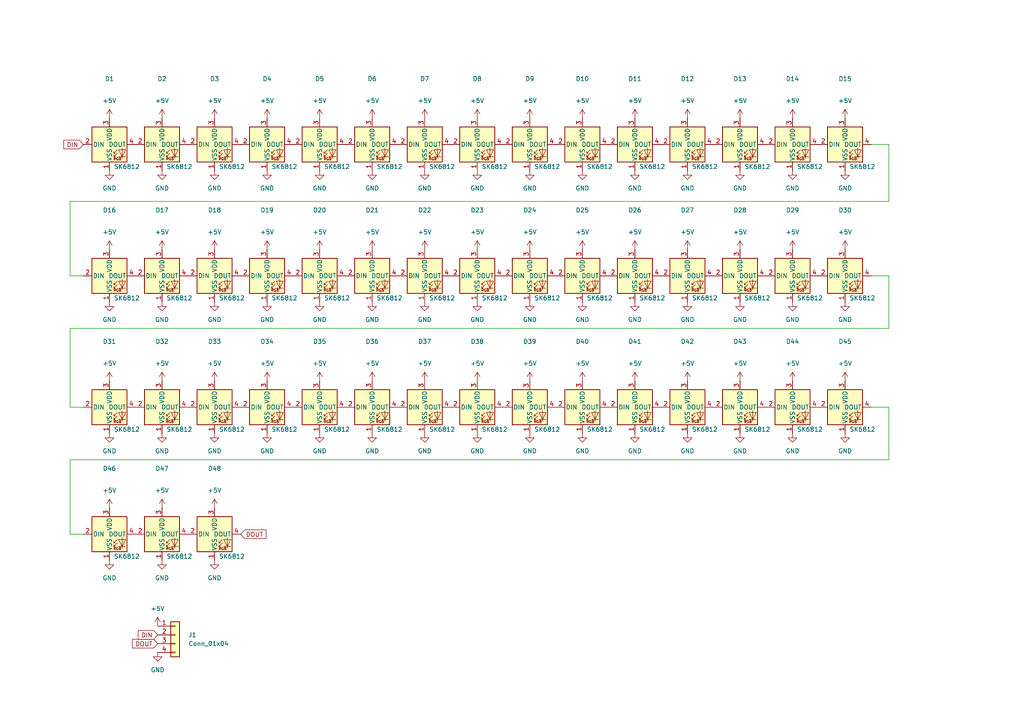
<source format=kicad_sch>
(kicad_sch (version 20211123) (generator eeschema)
  (paper "A4")
  (title_block (title "exiLight") (date "2023-01-22") (rev "1.0"))
  (lib_symbols
    (symbol "Connector_Generic:Conn_01x04" (pin_names (offset 1.016) hide)
      (property "Reference" "J" (at 0 5.08 0))
      (property "Value" "Conn_01x04" (at 0 -7.62 0))
      (symbol "Conn_01x04_1_1"
        (rectangle (start -1.27 -4.953) (end 0 -5.207) (stroke (width 0.1524)))
        (rectangle (start -1.27 -2.413) (end 0 -2.667) (stroke (width 0.1524)))
        (rectangle (start -1.27 0.127) (end 0 -0.127) (stroke (width 0.1524)))
        (rectangle (start -1.27 2.667) (end 0 2.413) (stroke (width 0.1524)))
        (rectangle (start -1.27 3.81) (end 1.27 -6.35) (stroke (width 0.254)) (fill (type background)))
        (pin passive line (at -5.08 2.54 0) (length 3.81) (name "Pin_1") (number "1"))
        (pin passive line (at -5.08 0 0) (length 3.81) (name "Pin_2") (number "2"))
        (pin passive line (at -5.08 -2.54 0) (length 3.81) (name "Pin_3") (number "3"))
        (pin passive line (at -5.08 -5.08 0) (length 3.81) (name "Pin_4") (number "4"))
      )
    )
    (symbol "LED:SK6812" (pin_names (offset 0.254))
      (property "Reference" "D" (at 5.08 5.715 0))
      (property "Value" "SK6812" (at 1.27 -5.715 0))
      (symbol "SK6812_0_0"
        (text "RGB" (at 2.286 -4.191 0) (effects (font (size 0.762 0.762))))
      )
      (symbol "SK6812_0_1"
        (polyline (pts (xy 1.27 -3.556) (xy 1.778 -3.556)))
        (polyline (pts (xy 1.27 -2.54) (xy 1.778 -2.54)))
        (polyline (pts (xy 4.699 -3.556) (xy 2.667 -3.556)))
        (polyline (pts (xy 2.286 -2.54) (xy 1.27 -3.556) (xy 1.27 -3.048)))
        (polyline (pts (xy 2.286 -1.524) (xy 1.27 -2.54) (xy 1.27 -2.032)))
        (polyline (pts (xy 3.683 -1.016) (xy 3.683 -3.556) (xy 3.683 -4.064)))
        (polyline (pts (xy 4.699 -1.524) (xy 2.667 -1.524) (xy 3.683 -3.556) (xy 4.699 -1.524)))
        (rectangle (start 5.08 5.08) (end -5.08 -5.08) (stroke (width 0.254)) (fill (type background)))
      )
      (symbol "SK6812_1_1"
        (pin power_in line (at 0 -7.62 90) (length 2.54) (name "VSS") (number "1"))
        (pin input line (at -7.62 0 0) (length 2.54) (name "DIN") (number "2"))
        (pin power_in line (at 0 7.62 270) (length 2.54) (name "VDD") (number "3"))
        (pin output line (at 7.62 0 180) (length 2.54) (name "DOUT") (number "4"))
      )
    )
    (symbol "power:+5V" (power) (pin_names (offset 0))
      (property "Value" "+5V" (at 0 3.556 0))
      (symbol "+5V_0_1"
        (polyline (pts (xy -0.762 1.27) (xy 0 2.54)))
        (polyline (pts (xy 0 0) (xy 0 2.54)))
        (polyline (pts (xy 0 2.54) (xy 0.762 1.27)))
      )
      (symbol "+5V_1_1"
        (pin power_in line (at 0 0 90) (length 0) hide (name "+5V") (number "1"))
      )
    )
    (symbol "power:GND" (power) (pin_names (offset 0))
      (property "Value" "GND" (at 0 -3.81 0))
      (symbol "GND_0_1"
        (polyline (pts (xy 0 0) (xy 0 -1.27) (xy 1.27 -1.27) (xy 0 -2.54) (xy -1.27 -1.27) (xy 0 -1.27)))
      )
      (symbol "GND_1_1"
        (pin power_in line (at 0 0 270) (length 0) hide (name "GND") (number "1"))
      )
    )
  )
  (wire (pts (xy 20.32 133.35) (xy 20.32 154.94)))
  (wire (pts (xy 257.81 58.42) (xy 20.32 58.42)))
  (wire (pts (xy 20.32 58.42) (xy 20.32 80.01)))
  (wire (pts (xy 257.81 41.91) (xy 257.81 58.42)))
  (wire (pts (xy 252.73 118.11) (xy 257.81 118.11)))
  (wire (pts (xy 20.32 154.94) (xy 24.13 154.94)))
  (wire (pts (xy 257.81 80.01) (xy 257.81 95.25)))
  (wire (pts (xy 257.81 118.11) (xy 257.81 133.35)))
  (wire (pts (xy 257.81 95.25) (xy 20.32 95.25)))
  (wire (pts (xy 252.73 41.91) (xy 257.81 41.91)))
  (wire (pts (xy 257.81 133.35) (xy 20.32 133.35)))
  (wire (pts (xy 20.32 95.25) (xy 20.32 118.11)))
  (wire (pts (xy 20.32 80.01) (xy 24.13 80.01)))
  (wire (pts (xy 252.73 80.01) (xy 257.81 80.01)))
  (wire (pts (xy 20.32 118.11) (xy 24.13 118.11)))
  (global_label "DOUT" (shape input) (at 69.85 154.94 0) (property "Intersheet References" "${INTERSHEET_REFS}" (effects hide)))
  (global_label "DOUT" (shape input) (at 45.72 186.69 180) (property "Intersheet References" "${INTERSHEET_REFS}" (effects hide)))
  (global_label "DIN" (shape input) (at 24.13 41.91 180) (property "Intersheet References" "${INTERSHEET_REFS}" (effects hide)))
  (global_label "DIN" (shape input) (at 45.72 184.15 180) (property "Intersheet References" "${INTERSHEET_REFS}" (effects hide)))
  (symbol (lib_id "power:+5V") (at 77.47 34.29 0) (unit 1)
    (property "Reference" "#PWR04" (effects hide))
    (property "Value" "+5V" (at 77.47 29.21 0))
  )
  (symbol (lib_id "power:+5V") (at 138.43 110.49 0) (unit 1)
    (property "Reference" "#PWR068" (effects hide))
    (property "Value" "+5V" (at 138.43 105.41 0))
  )
  (symbol (lib_id "power:GND") (at 107.95 125.73 0) (unit 1)
    (property "Reference" "#PWR081" (effects hide))
    (property "Value" "GND" (at 107.95 130.81 0))
  )
  (symbol (lib_id "LED:SK6812") (at 229.87 80.01 0) (unit 1)
    (property "Reference" "D29" (at 229.87 60.96 0))
    (property "Value" "SK6812" (at 231.14 85.725 0) (effects (justify left top)))
    (property "Footprint" "LED_SMD:LED_SK6812_PLCC4_5.0x5.0mm_P3.2mm" (effects hide))
    (property "Datasheet" "https://cdn-shop.adafruit.com/product-files/1138/SK6812+LED+datasheet+.pdf" (effects hide))
  )
  (symbol (lib_id "power:+5V") (at 62.23 110.49 0) (unit 1)
    (property "Reference" "#PWR063" (effects hide))
    (property "Value" "+5V" (at 62.23 105.41 0))
  )
  (symbol (lib_id "power:GND") (at 245.11 125.73 0) (unit 1)
    (property "Reference" "#PWR090" (effects hide))
    (property "Value" "GND" (at 245.11 130.81 0))
  )
  (symbol (lib_id "power:GND") (at 62.23 87.63 0) (unit 1)
    (property "Reference" "#PWR048" (effects hide))
    (property "Value" "GND" (at 62.23 92.71 0))
  )
  (symbol (lib_id "power:+5V") (at 138.43 34.29 0) (unit 1)
    (property "Reference" "#PWR08" (effects hide))
    (property "Value" "+5V" (at 138.43 29.21 0))
  )
  (symbol (lib_id "LED:SK6812") (at 184.15 118.11 0) (unit 1)
    (property "Reference" "D41" (at 184.15 99.06 0))
    (property "Value" "SK6812" (at 185.42 123.825 0) (effects (justify left top)))
    (property "Footprint" "LED_SMD:LED_SK6812_PLCC4_5.0x5.0mm_P3.2mm" (effects hide))
    (property "Datasheet" "https://cdn-shop.adafruit.com/product-files/1138/SK6812+LED+datasheet+.pdf" (effects hide))
  )
  (symbol (lib_id "LED:SK6812") (at 46.99 41.91 0) (unit 1)
    (property "Reference" "D2" (at 46.99 22.86 0))
    (property "Value" "SK6812" (at 48.26 47.625 0) (effects (justify left top)))
    (property "Footprint" "LED_SMD:LED_SK6812_PLCC4_5.0x5.0mm_P3.2mm" (effects hide))
    (property "Datasheet" "https://cdn-shop.adafruit.com/product-files/1138/SK6812+LED+datasheet+.pdf" (effects hide))
  )
  (symbol (lib_id "power:GND") (at 138.43 87.63 0) (unit 1)
    (property "Reference" "#PWR053" (effects hide))
    (property "Value" "GND" (at 138.43 92.71 0))
  )
  (symbol (lib_id "LED:SK6812") (at 245.11 80.01 0) (unit 1)
    (property "Reference" "D30" (at 245.11 60.96 0))
    (property "Value" "SK6812" (at 246.38 85.725 0) (effects (justify left top)))
    (property "Footprint" "LED_SMD:LED_SK6812_PLCC4_5.0x5.0mm_P3.2mm" (effects hide))
    (property "Datasheet" "https://cdn-shop.adafruit.com/product-files/1138/SK6812+LED+datasheet+.pdf" (effects hide))
  )
  (symbol (lib_id "LED:SK6812") (at 62.23 118.11 0) (unit 1)
    (property "Reference" "D33" (at 62.23 99.06 0))
    (property "Value" "SK6812" (at 63.5 123.825 0) (effects (justify left top)))
    (property "Footprint" "LED_SMD:LED_SK6812_PLCC4_5.0x5.0mm_P3.2mm" (effects hide))
    (property "Datasheet" "https://cdn-shop.adafruit.com/product-files/1138/SK6812+LED+datasheet+.pdf" (effects hide))
  )
  (symbol (lib_id "power:GND") (at 214.63 87.63 0) (unit 1)
    (property "Reference" "#PWR058" (effects hide))
    (property "Value" "GND" (at 214.63 92.71 0))
  )
  (symbol (lib_id "power:+5V") (at 46.99 110.49 0) (unit 1)
    (property "Reference" "#PWR062" (effects hide))
    (property "Value" "+5V" (at 46.99 105.41 0))
  )
  (symbol (lib_id "power:+5V") (at 92.71 34.29 0) (unit 1)
    (property "Reference" "#PWR05" (effects hide))
    (property "Value" "+5V" (at 92.71 29.21 0))
  )
  (symbol (lib_id "power:+5V") (at 46.99 72.39 0) (unit 1)
    (property "Reference" "#PWR032" (effects hide))
    (property "Value" "+5V" (at 46.99 67.31 0))
  )
  (symbol (lib_id "LED:SK6812") (at 138.43 80.01 0) (unit 1)
    (property "Reference" "D23" (at 138.43 60.96 0))
    (property "Value" "SK6812" (at 139.7 85.725 0) (effects (justify left top)))
    (property "Footprint" "LED_SMD:LED_SK6812_PLCC4_5.0x5.0mm_P3.2mm" (effects hide))
    (property "Datasheet" "https://cdn-shop.adafruit.com/product-files/1138/SK6812+LED+datasheet+.pdf" (effects hide))
  )
  (symbol (lib_id "power:GND") (at 153.67 125.73 0) (unit 1)
    (property "Reference" "#PWR084" (effects hide))
    (property "Value" "GND" (at 153.67 130.81 0))
  )
  (symbol (lib_id "power:+5V") (at 214.63 72.39 0) (unit 1)
    (property "Reference" "#PWR043" (effects hide))
    (property "Value" "+5V" (at 214.63 67.31 0))
  )
  (symbol (lib_id "power:GND") (at 168.91 125.73 0) (unit 1)
    (property "Reference" "#PWR085" (effects hide))
    (property "Value" "GND" (at 168.91 130.81 0))
  )
  (symbol (lib_id "power:GND") (at 168.91 87.63 0) (unit 1)
    (property "Reference" "#PWR055" (effects hide))
    (property "Value" "GND" (at 168.91 92.71 0))
  )
  (symbol (lib_id "power:+5V") (at 229.87 72.39 0) (unit 1)
    (property "Reference" "#PWR044" (effects hide))
    (property "Value" "+5V" (at 229.87 67.31 0))
  )
  (symbol (lib_id "LED:SK6812") (at 123.19 118.11 0) (unit 1)
    (property "Reference" "D37" (at 123.19 99.06 0))
    (property "Value" "SK6812" (at 124.46 123.825 0) (effects (justify left top)))
    (property "Footprint" "LED_SMD:LED_SK6812_PLCC4_5.0x5.0mm_P3.2mm" (effects hide))
    (property "Datasheet" "https://cdn-shop.adafruit.com/product-files/1138/SK6812+LED+datasheet+.pdf" (effects hide))
  )
  (symbol (lib_id "power:+5V") (at 107.95 110.49 0) (unit 1)
    (property "Reference" "#PWR066" (effects hide))
    (property "Value" "+5V" (at 107.95 105.41 0))
  )
  (symbol (lib_id "power:GND") (at 62.23 125.73 0) (unit 1)
    (property "Reference" "#PWR078" (effects hide))
    (property "Value" "GND" (at 62.23 130.81 0))
  )
  (symbol (lib_id "LED:SK6812") (at 77.47 80.01 0) (unit 1)
    (property "Reference" "D19" (at 77.47 60.96 0))
    (property "Value" "SK6812" (at 78.74 85.725 0) (effects (justify left top)))
    (property "Footprint" "LED_SMD:LED_SK6812_PLCC4_5.0x5.0mm_P3.2mm" (effects hide))
    (property "Datasheet" "https://cdn-shop.adafruit.com/product-files/1138/SK6812+LED+datasheet+.pdf" (effects hide))
  )
  (symbol (lib_id "LED:SK6812") (at 229.87 118.11 0) (unit 1)
    (property "Reference" "D44" (at 229.87 99.06 0))
    (property "Value" "SK6812" (at 231.14 123.825 0) (effects (justify left top)))
    (property "Footprint" "LED_SMD:LED_SK6812_PLCC4_5.0x5.0mm_P3.2mm" (effects hide))
    (property "Datasheet" "https://cdn-shop.adafruit.com/product-files/1138/SK6812+LED+datasheet+.pdf" (effects hide))
  )
  (symbol (lib_id "power:GND") (at 245.11 49.53 0) (unit 1)
    (property "Reference" "#PWR030" (effects hide))
    (property "Value" "GND" (at 245.11 54.61 0))
  )
  (symbol (lib_id "LED:SK6812") (at 62.23 80.01 0) (unit 1)
    (property "Reference" "D18" (at 62.23 60.96 0))
    (property "Value" "SK6812" (at 63.5 85.725 0) (effects (justify left top)))
    (property "Footprint" "LED_SMD:LED_SK6812_PLCC4_5.0x5.0mm_P3.2mm" (effects hide))
    (property "Datasheet" "https://cdn-shop.adafruit.com/product-files/1138/SK6812+LED+datasheet+.pdf" (effects hide))
  )
  (symbol (lib_id "LED:SK6812") (at 46.99 118.11 0) (unit 1)
    (property "Reference" "D32" (at 46.99 99.06 0))
    (property "Value" "SK6812" (at 48.26 123.825 0) (effects (justify left top)))
    (property "Footprint" "LED_SMD:LED_SK6812_PLCC4_5.0x5.0mm_P3.2mm" (effects hide))
    (property "Datasheet" "https://cdn-shop.adafruit.com/product-files/1138/SK6812+LED+datasheet+.pdf" (effects hide))
  )
  (symbol (lib_id "power:GND") (at 45.72 189.23 0) (unit 1)
    (property "Reference" "#PWR0122" (effects hide))
    (property "Value" "GND" (at 45.72 194.31 0))
  )
  (symbol (lib_id "power:+5V") (at 31.75 147.32 0) (unit 1)
    (property "Reference" "#PWR091" (effects hide))
    (property "Value" "+5V" (at 31.75 142.24 0))
  )
  (symbol (lib_id "power:+5V") (at 214.63 110.49 0) (unit 1)
    (property "Reference" "#PWR073" (effects hide))
    (property "Value" "+5V" (at 214.63 105.41 0))
  )
  (symbol (lib_id "power:+5V") (at 199.39 34.29 0) (unit 1)
    (property "Reference" "#PWR012" (effects hide))
    (property "Value" "+5V" (at 199.39 29.21 0))
  )
  (symbol (lib_id "power:+5V") (at 107.95 34.29 0) (unit 1)
    (property "Reference" "#PWR06" (effects hide))
    (property "Value" "+5V" (at 107.95 29.21 0))
  )
  (symbol (lib_id "power:GND") (at 77.47 49.53 0) (unit 1)
    (property "Reference" "#PWR019" (effects hide))
    (property "Value" "GND" (at 77.47 54.61 0))
  )
  (symbol (lib_id "power:+5V") (at 153.67 34.29 0) (unit 1)
    (property "Reference" "#PWR09" (effects hide))
    (property "Value" "+5V" (at 153.67 29.21 0))
  )
  (symbol (lib_id "power:+5V") (at 168.91 72.39 0) (unit 1)
    (property "Reference" "#PWR040" (effects hide))
    (property "Value" "+5V" (at 168.91 67.31 0))
  )
  (symbol (lib_id "power:GND") (at 214.63 125.73 0) (unit 1)
    (property "Reference" "#PWR088" (effects hide))
    (property "Value" "GND" (at 214.63 130.81 0))
  )
  (symbol (lib_id "LED:SK6812") (at 107.95 41.91 0) (unit 1)
    (property "Reference" "D6" (at 107.95 22.86 0))
    (property "Value" "SK6812" (at 109.22 47.625 0) (effects (justify left top)))
    (property "Footprint" "LED_SMD:LED_SK6812_PLCC4_5.0x5.0mm_P3.2mm" (effects hide))
    (property "Datasheet" "https://cdn-shop.adafruit.com/product-files/1138/SK6812+LED+datasheet+.pdf" (effects hide))
  )
  (symbol (lib_id "LED:SK6812") (at 168.91 41.91 0) (unit 1)
    (property "Reference" "D10" (at 168.91 22.86 0))
    (property "Value" "SK6812" (at 170.18 47.625 0) (effects (justify left top)))
    (property "Footprint" "LED_SMD:LED_SK6812_PLCC4_5.0x5.0mm_P3.2mm" (effects hide))
    (property "Datasheet" "https://cdn-shop.adafruit.com/product-files/1138/SK6812+LED+datasheet+.pdf" (effects hide))
  )
  (symbol (lib_id "power:+5V") (at 229.87 34.29 0) (unit 1)
    (property "Reference" "#PWR014" (effects hide))
    (property "Value" "+5V" (at 229.87 29.21 0))
  )
  (symbol (lib_id "LED:SK6812") (at 199.39 41.91 0) (unit 1)
    (property "Reference" "D12" (at 199.39 22.86 0))
    (property "Value" "SK6812" (at 200.66 47.625 0) (effects (justify left top)))
    (property "Footprint" "LED_SMD:LED_SK6812_PLCC4_5.0x5.0mm_P3.2mm" (effects hide))
    (property "Datasheet" "https://cdn-shop.adafruit.com/product-files/1138/SK6812+LED+datasheet+.pdf" (effects hide))
  )
  (symbol (lib_id "LED:SK6812") (at 153.67 118.11 0) (unit 1)
    (property "Reference" "D39" (at 153.67 99.06 0))
    (property "Value" "SK6812" (at 154.94 123.825 0) (effects (justify left top)))
    (property "Footprint" "LED_SMD:LED_SK6812_PLCC4_5.0x5.0mm_P3.2mm" (effects hide))
    (property "Datasheet" "https://cdn-shop.adafruit.com/product-files/1138/SK6812+LED+datasheet+.pdf" (effects hide))
  )
  (symbol (lib_id "power:GND") (at 31.75 87.63 0) (unit 1)
    (property "Reference" "#PWR046" (effects hide))
    (property "Value" "GND" (at 31.75 92.71 0))
  )
  (symbol (lib_id "LED:SK6812") (at 153.67 41.91 0) (unit 1)
    (property "Reference" "D9" (at 153.67 22.86 0))
    (property "Value" "SK6812" (at 154.94 47.625 0) (effects (justify left top)))
    (property "Footprint" "LED_SMD:LED_SK6812_PLCC4_5.0x5.0mm_P3.2mm" (effects hide))
    (property "Datasheet" "https://cdn-shop.adafruit.com/product-files/1138/SK6812+LED+datasheet+.pdf" (effects hide))
  )
  (symbol (lib_id "power:GND") (at 138.43 125.73 0) (unit 1)
    (property "Reference" "#PWR083" (effects hide))
    (property "Value" "GND" (at 138.43 130.81 0))
  )
  (symbol (lib_id "power:+5V") (at 153.67 110.49 0) (unit 1)
    (property "Reference" "#PWR069" (effects hide))
    (property "Value" "+5V" (at 153.67 105.41 0))
  )
  (symbol (lib_id "LED:SK6812") (at 168.91 118.11 0) (unit 1)
    (property "Reference" "D40" (at 168.91 99.06 0))
    (property "Value" "SK6812" (at 170.18 123.825 0) (effects (justify left top)))
    (property "Footprint" "LED_SMD:LED_SK6812_PLCC4_5.0x5.0mm_P3.2mm" (effects hide))
    (property "Datasheet" "https://cdn-shop.adafruit.com/product-files/1138/SK6812+LED+datasheet+.pdf" (effects hide))
  )
  (symbol (lib_id "LED:SK6812") (at 31.75 80.01 0) (unit 1)
    (property "Reference" "D16" (at 31.75 60.96 0))
    (property "Value" "SK6812" (at 33.02 85.725 0) (effects (justify left top)))
    (property "Footprint" "LED_SMD:LED_SK6812_PLCC4_5.0x5.0mm_P3.2mm" (effects hide))
    (property "Datasheet" "https://cdn-shop.adafruit.com/product-files/1138/SK6812+LED+datasheet+.pdf" (effects hide))
  )
  (symbol (lib_id "power:GND") (at 77.47 125.73 0) (unit 1)
    (property "Reference" "#PWR079" (effects hide))
    (property "Value" "GND" (at 77.47 130.81 0))
  )
  (symbol (lib_id "LED:SK6812") (at 214.63 41.91 0) (unit 1)
    (property "Reference" "D13" (at 214.63 22.86 0))
    (property "Value" "SK6812" (at 215.9 47.625 0) (effects (justify left top)))
    (property "Footprint" "LED_SMD:LED_SK6812_PLCC4_5.0x5.0mm_P3.2mm" (effects hide))
    (property "Datasheet" "https://cdn-shop.adafruit.com/product-files/1138/SK6812+LED+datasheet+.pdf" (effects hide))
  )
  (symbol (lib_id "power:+5V") (at 62.23 72.39 0) (unit 1)
    (property "Reference" "#PWR033" (effects hide))
    (property "Value" "+5V" (at 62.23 67.31 0))
  )
  (symbol (lib_id "LED:SK6812") (at 199.39 80.01 0) (unit 1)
    (property "Reference" "D27" (at 199.39 60.96 0))
    (property "Value" "SK6812" (at 200.66 85.725 0) (effects (justify left top)))
    (property "Footprint" "LED_SMD:LED_SK6812_PLCC4_5.0x5.0mm_P3.2mm" (effects hide))
    (property "Datasheet" "https://cdn-shop.adafruit.com/product-files/1138/SK6812+LED+datasheet+.pdf" (effects hide))
  )
  (symbol (lib_id "power:+5V") (at 214.63 34.29 0) (unit 1)
    (property "Reference" "#PWR013" (effects hide))
    (property "Value" "+5V" (at 214.63 29.21 0))
  )
  (symbol (lib_id "power:GND") (at 229.87 49.53 0) (unit 1)
    (property "Reference" "#PWR029" (effects hide))
    (property "Value" "GND" (at 229.87 54.61 0))
  )
  (symbol (lib_id "LED:SK6812") (at 107.95 80.01 0) (unit 1)
    (property "Reference" "D21" (at 107.95 60.96 0))
    (property "Value" "SK6812" (at 109.22 85.725 0) (effects (justify left top)))
    (property "Footprint" "LED_SMD:LED_SK6812_PLCC4_5.0x5.0mm_P3.2mm" (effects hide))
    (property "Datasheet" "https://cdn-shop.adafruit.com/product-files/1138/SK6812+LED+datasheet+.pdf" (effects hide))
  )
  (symbol (lib_id "power:GND") (at 229.87 125.73 0) (unit 1)
    (property "Reference" "#PWR089" (effects hide))
    (property "Value" "GND" (at 229.87 130.81 0))
  )
  (symbol (lib_id "power:GND") (at 123.19 49.53 0) (unit 1)
    (property "Reference" "#PWR022" (effects hide))
    (property "Value" "GND" (at 123.19 54.61 0))
  )
  (symbol (lib_id "LED:SK6812") (at 123.19 80.01 0) (unit 1)
    (property "Reference" "D22" (at 123.19 60.96 0))
    (property "Value" "SK6812" (at 124.46 85.725 0) (effects (justify left top)))
    (property "Footprint" "LED_SMD:LED_SK6812_PLCC4_5.0x5.0mm_P3.2mm" (effects hide))
    (property "Datasheet" "https://cdn-shop.adafruit.com/product-files/1138/SK6812+LED+datasheet+.pdf" (effects hide))
  )
  (symbol (lib_id "power:GND") (at 46.99 87.63 0) (unit 1)
    (property "Reference" "#PWR047" (effects hide))
    (property "Value" "GND" (at 46.99 92.71 0))
  )
  (symbol (lib_id "power:GND") (at 92.71 87.63 0) (unit 1)
    (property "Reference" "#PWR050" (effects hide))
    (property "Value" "GND" (at 92.71 92.71 0))
  )
  (symbol (lib_id "LED:SK6812") (at 31.75 118.11 0) (unit 1)
    (property "Reference" "D31" (at 31.75 99.06 0))
    (property "Value" "SK6812" (at 33.02 123.825 0) (effects (justify left top)))
    (property "Footprint" "LED_SMD:LED_SK6812_PLCC4_5.0x5.0mm_P3.2mm" (effects hide))
    (property "Datasheet" "https://cdn-shop.adafruit.com/product-files/1138/SK6812+LED+datasheet+.pdf" (effects hide))
  )
  (symbol (lib_id "power:+5V") (at 31.75 34.29 0) (unit 1)
    (property "Reference" "#PWR01" (effects hide))
    (property "Value" "+5V" (at 31.75 29.21 0))
  )
  (symbol (lib_id "power:GND") (at 199.39 125.73 0) (unit 1)
    (property "Reference" "#PWR087" (effects hide))
    (property "Value" "GND" (at 199.39 130.81 0))
  )
  (symbol (lib_id "power:+5V") (at 77.47 72.39 0) (unit 1)
    (property "Reference" "#PWR034" (effects hide))
    (property "Value" "+5V" (at 77.47 67.31 0))
  )
  (symbol (lib_id "power:+5V") (at 31.75 72.39 0) (unit 1)
    (property "Reference" "#PWR031" (effects hide))
    (property "Value" "+5V" (at 31.75 67.31 0))
  )
  (symbol (lib_id "power:+5V") (at 245.11 110.49 0) (unit 1)
    (property "Reference" "#PWR075" (effects hide))
    (property "Value" "+5V" (at 245.11 105.41 0))
  )
  (symbol (lib_id "power:GND") (at 46.99 49.53 0) (unit 1)
    (property "Reference" "#PWR017" (effects hide))
    (property "Value" "GND" (at 46.99 54.61 0))
  )
  (symbol (lib_id "power:+5V") (at 184.15 72.39 0) (unit 1)
    (property "Reference" "#PWR041" (effects hide))
    (property "Value" "+5V" (at 184.15 67.31 0))
  )
  (symbol (lib_id "power:+5V") (at 45.72 181.61 0) (unit 1)
    (property "Reference" "#PWR0121" (effects hide))
    (property "Value" "+5V" (at 45.72 176.53 0))
  )
  (symbol (lib_id "power:GND") (at 92.71 125.73 0) (unit 1)
    (property "Reference" "#PWR080" (effects hide))
    (property "Value" "GND" (at 92.71 130.81 0))
  )
  (symbol (lib_id "power:GND") (at 107.95 49.53 0) (unit 1)
    (property "Reference" "#PWR021" (effects hide))
    (property "Value" "GND" (at 107.95 54.61 0))
  )
  (symbol (lib_id "power:GND") (at 46.99 125.73 0) (unit 1)
    (property "Reference" "#PWR077" (effects hide))
    (property "Value" "GND" (at 46.99 130.81 0))
  )
  (symbol (lib_id "power:+5V") (at 31.75 110.49 0) (unit 1)
    (property "Reference" "#PWR061" (effects hide))
    (property "Value" "+5V" (at 31.75 105.41 0))
  )
  (symbol (lib_id "power:GND") (at 184.15 87.63 0) (unit 1)
    (property "Reference" "#PWR056" (effects hide))
    (property "Value" "GND" (at 184.15 92.71 0))
  )
  (symbol (lib_id "LED:SK6812") (at 184.15 80.01 0) (unit 1)
    (property "Reference" "D26" (at 184.15 60.96 0))
    (property "Value" "SK6812" (at 185.42 85.725 0) (effects (justify left top)))
    (property "Footprint" "LED_SMD:LED_SK6812_PLCC4_5.0x5.0mm_P3.2mm" (effects hide))
    (property "Datasheet" "https://cdn-shop.adafruit.com/product-files/1138/SK6812+LED+datasheet+.pdf" (effects hide))
  )
  (symbol (lib_id "power:+5V") (at 138.43 72.39 0) (unit 1)
    (property "Reference" "#PWR038" (effects hide))
    (property "Value" "+5V" (at 138.43 67.31 0))
  )
  (symbol (lib_id "power:GND") (at 199.39 49.53 0) (unit 1)
    (property "Reference" "#PWR027" (effects hide))
    (property "Value" "GND" (at 199.39 54.61 0))
  )
  (symbol (lib_id "power:GND") (at 31.75 162.56 0) (unit 1)
    (property "Reference" "#PWR0106" (effects hide))
    (property "Value" "GND" (at 31.75 167.64 0))
  )
  (symbol (lib_id "power:+5V") (at 92.71 72.39 0) (unit 1)
    (property "Reference" "#PWR035" (effects hide))
    (property "Value" "+5V" (at 92.71 67.31 0))
  )
  (symbol (lib_id "power:+5V") (at 184.15 34.29 0) (unit 1)
    (property "Reference" "#PWR011" (effects hide))
    (property "Value" "+5V" (at 184.15 29.21 0))
  )
  (symbol (lib_id "power:+5V") (at 245.11 72.39 0) (unit 1)
    (property "Reference" "#PWR045" (effects hide))
    (property "Value" "+5V" (at 245.11 67.31 0))
  )
  (symbol (lib_id "power:GND") (at 138.43 49.53 0) (unit 1)
    (property "Reference" "#PWR023" (effects hide))
    (property "Value" "GND" (at 138.43 54.61 0))
  )
  (symbol (lib_id "power:+5V") (at 168.91 34.29 0) (unit 1)
    (property "Reference" "#PWR010" (effects hide))
    (property "Value" "+5V" (at 168.91 29.21 0))
  )
  (symbol (lib_id "LED:SK6812") (at 62.23 41.91 0) (unit 1)
    (property "Reference" "D3" (at 62.23 22.86 0))
    (property "Value" "SK6812" (at 63.5 47.625 0) (effects (justify left top)))
    (property "Footprint" "LED_SMD:LED_SK6812_PLCC4_5.0x5.0mm_P3.2mm" (effects hide))
    (property "Datasheet" "https://cdn-shop.adafruit.com/product-files/1138/SK6812+LED+datasheet+.pdf" (effects hide))
  )
  (symbol (lib_id "power:GND") (at 153.67 87.63 0) (unit 1)
    (property "Reference" "#PWR054" (effects hide))
    (property "Value" "GND" (at 153.67 92.71 0))
  )
  (symbol (lib_id "LED:SK6812") (at 107.95 118.11 0) (unit 1)
    (property "Reference" "D36" (at 107.95 99.06 0))
    (property "Value" "SK6812" (at 109.22 123.825 0) (effects (justify left top)))
    (property "Footprint" "LED_SMD:LED_SK6812_PLCC4_5.0x5.0mm_P3.2mm" (effects hide))
    (property "Datasheet" "https://cdn-shop.adafruit.com/product-files/1138/SK6812+LED+datasheet+.pdf" (effects hide))
  )
  (symbol (lib_id "power:GND") (at 31.75 49.53 0) (unit 1)
    (property "Reference" "#PWR016" (effects hide))
    (property "Value" "GND" (at 31.75 54.61 0))
  )
  (symbol (lib_id "LED:SK6812") (at 245.11 118.11 0) (unit 1)
    (property "Reference" "D45" (at 245.11 99.06 0))
    (property "Value" "SK6812" (at 246.38 123.825 0) (effects (justify left top)))
    (property "Footprint" "LED_SMD:LED_SK6812_PLCC4_5.0x5.0mm_P3.2mm" (effects hide))
    (property "Datasheet" "https://cdn-shop.adafruit.com/product-files/1138/SK6812+LED+datasheet+.pdf" (effects hide))
  )
  (symbol (lib_id "power:+5V") (at 46.99 34.29 0) (unit 1)
    (property "Reference" "#PWR02" (effects hide))
    (property "Value" "+5V" (at 46.99 29.21 0))
  )
  (symbol (lib_id "LED:SK6812") (at 138.43 118.11 0) (unit 1)
    (property "Reference" "D38" (at 138.43 99.06 0))
    (property "Value" "SK6812" (at 139.7 123.825 0) (effects (justify left top)))
    (property "Footprint" "LED_SMD:LED_SK6812_PLCC4_5.0x5.0mm_P3.2mm" (effects hide))
    (property "Datasheet" "https://cdn-shop.adafruit.com/product-files/1138/SK6812+LED+datasheet+.pdf" (effects hide))
  )
  (symbol (lib_id "power:+5V") (at 62.23 147.32 0) (unit 1)
    (property "Reference" "#PWR093" (effects hide))
    (property "Value" "+5V" (at 62.23 142.24 0))
  )
  (symbol (lib_id "power:+5V") (at 199.39 72.39 0) (unit 1)
    (property "Reference" "#PWR042" (effects hide))
    (property "Value" "+5V" (at 199.39 67.31 0))
  )
  (symbol (lib_id "power:GND") (at 184.15 125.73 0) (unit 1)
    (property "Reference" "#PWR086" (effects hide))
    (property "Value" "GND" (at 184.15 130.81 0))
  )
  (symbol (lib_id "LED:SK6812") (at 168.91 80.01 0) (unit 1)
    (property "Reference" "D25" (at 168.91 60.96 0))
    (property "Value" "SK6812" (at 170.18 85.725 0) (effects (justify left top)))
    (property "Footprint" "LED_SMD:LED_SK6812_PLCC4_5.0x5.0mm_P3.2mm" (effects hide))
    (property "Datasheet" "https://cdn-shop.adafruit.com/product-files/1138/SK6812+LED+datasheet+.pdf" (effects hide))
  )
  (symbol (lib_id "power:+5V") (at 123.19 34.29 0) (unit 1)
    (property "Reference" "#PWR07" (effects hide))
    (property "Value" "+5V" (at 123.19 29.21 0))
  )
  (symbol (lib_id "LED:SK6812") (at 31.75 154.94 0) (unit 1)
    (property "Reference" "D46" (at 31.75 135.89 0))
    (property "Value" "SK6812" (at 33.02 160.655 0) (effects (justify left top)))
    (property "Footprint" "LED_SMD:LED_SK6812_PLCC4_5.0x5.0mm_P3.2mm" (effects hide))
    (property "Datasheet" "https://cdn-shop.adafruit.com/product-files/1138/SK6812+LED+datasheet+.pdf" (effects hide))
  )
  (symbol (lib_id "LED:SK6812") (at 123.19 41.91 0) (unit 1)
    (property "Reference" "D7" (at 123.19 22.86 0))
    (property "Value" "SK6812" (at 124.46 47.625 0) (effects (justify left top)))
    (property "Footprint" "LED_SMD:LED_SK6812_PLCC4_5.0x5.0mm_P3.2mm" (effects hide))
    (property "Datasheet" "https://cdn-shop.adafruit.com/product-files/1138/SK6812+LED+datasheet+.pdf" (effects hide))
  )
  (symbol (lib_id "LED:SK6812") (at 46.99 154.94 0) (unit 1)
    (property "Reference" "D47" (at 46.99 135.89 0))
    (property "Value" "SK6812" (at 48.26 160.655 0) (effects (justify left top)))
    (property "Footprint" "LED_SMD:LED_SK6812_PLCC4_5.0x5.0mm_P3.2mm" (effects hide))
    (property "Datasheet" "https://cdn-shop.adafruit.com/product-files/1138/SK6812+LED+datasheet+.pdf" (effects hide))
  )
  (symbol (lib_id "power:GND") (at 123.19 125.73 0) (unit 1)
    (property "Reference" "#PWR082" (effects hide))
    (property "Value" "GND" (at 123.19 130.81 0))
  )
  (symbol (lib_id "power:GND") (at 153.67 49.53 0) (unit 1)
    (property "Reference" "#PWR024" (effects hide))
    (property "Value" "GND" (at 153.67 54.61 0))
  )
  (symbol (lib_id "power:+5V") (at 77.47 110.49 0) (unit 1)
    (property "Reference" "#PWR064" (effects hide))
    (property "Value" "+5V" (at 77.47 105.41 0))
  )
  (symbol (lib_id "power:+5V") (at 123.19 72.39 0) (unit 1)
    (property "Reference" "#PWR037" (effects hide))
    (property "Value" "+5V" (at 123.19 67.31 0))
  )
  (symbol (lib_id "power:GND") (at 229.87 87.63 0) (unit 1)
    (property "Reference" "#PWR059" (effects hide))
    (property "Value" "GND" (at 229.87 92.71 0))
  )
  (symbol (lib_id "LED:SK6812") (at 92.71 41.91 0) (unit 1)
    (property "Reference" "D5" (at 92.71 22.86 0))
    (property "Value" "SK6812" (at 93.98 47.625 0) (effects (justify left top)))
    (property "Footprint" "LED_SMD:LED_SK6812_PLCC4_5.0x5.0mm_P3.2mm" (effects hide))
    (property "Datasheet" "https://cdn-shop.adafruit.com/product-files/1138/SK6812+LED+datasheet+.pdf" (effects hide))
  )
  (symbol (lib_id "LED:SK6812") (at 46.99 80.01 0) (unit 1)
    (property "Reference" "D17" (at 46.99 60.96 0))
    (property "Value" "SK6812" (at 48.26 85.725 0) (effects (justify left top)))
    (property "Footprint" "LED_SMD:LED_SK6812_PLCC4_5.0x5.0mm_P3.2mm" (effects hide))
    (property "Datasheet" "https://cdn-shop.adafruit.com/product-files/1138/SK6812+LED+datasheet+.pdf" (effects hide))
  )
  (symbol (lib_id "LED:SK6812") (at 138.43 41.91 0) (unit 1)
    (property "Reference" "D8" (at 138.43 22.86 0))
    (property "Value" "SK6812" (at 139.7 47.625 0) (effects (justify left top)))
    (property "Footprint" "LED_SMD:LED_SK6812_PLCC4_5.0x5.0mm_P3.2mm" (effects hide))
    (property "Datasheet" "https://cdn-shop.adafruit.com/product-files/1138/SK6812+LED+datasheet+.pdf" (effects hide))
  )
  (symbol (lib_id "power:GND") (at 77.47 87.63 0) (unit 1)
    (property "Reference" "#PWR049" (effects hide))
    (property "Value" "GND" (at 77.47 92.71 0))
  )
  (symbol (lib_id "power:GND") (at 31.75 125.73 0) (unit 1)
    (property "Reference" "#PWR076" (effects hide))
    (property "Value" "GND" (at 31.75 130.81 0))
  )
  (symbol (lib_id "LED:SK6812") (at 77.47 118.11 0) (unit 1)
    (property "Reference" "D34" (at 77.47 99.06 0))
    (property "Value" "SK6812" (at 78.74 123.825 0) (effects (justify left top)))
    (property "Footprint" "LED_SMD:LED_SK6812_PLCC4_5.0x5.0mm_P3.2mm" (effects hide))
    (property "Datasheet" "https://cdn-shop.adafruit.com/product-files/1138/SK6812+LED+datasheet+.pdf" (effects hide))
  )
  (symbol (lib_id "LED:SK6812") (at 214.63 118.11 0) (unit 1)
    (property "Reference" "D43" (at 214.63 99.06 0))
    (property "Value" "SK6812" (at 215.9 123.825 0) (effects (justify left top)))
    (property "Footprint" "LED_SMD:LED_SK6812_PLCC4_5.0x5.0mm_P3.2mm" (effects hide))
    (property "Datasheet" "https://cdn-shop.adafruit.com/product-files/1138/SK6812+LED+datasheet+.pdf" (effects hide))
  )
  (symbol (lib_id "power:GND") (at 168.91 49.53 0) (unit 1)
    (property "Reference" "#PWR025" (effects hide))
    (property "Value" "GND" (at 168.91 54.61 0))
  )
  (symbol (lib_id "Connector_Generic:Conn_01x04") (at 50.8 184.15 0) (unit 1)
    (property "Reference" "J1" (at 54.61 184.15 0) (effects (justify left)))
    (property "Value" "Conn_01x04" (at 54.61 186.69 0) (effects (justify left)))
  )
  (symbol (lib_id "power:+5V") (at 168.91 110.49 0) (unit 1)
    (property "Reference" "#PWR070" (effects hide))
    (property "Value" "+5V" (at 168.91 105.41 0))
  )
  (symbol (lib_id "power:GND") (at 62.23 49.53 0) (unit 1)
    (property "Reference" "#PWR018" (effects hide))
    (property "Value" "GND" (at 62.23 54.61 0))
  )
  (symbol (lib_id "LED:SK6812") (at 153.67 80.01 0) (unit 1)
    (property "Reference" "D24" (at 153.67 60.96 0))
    (property "Value" "SK6812" (at 154.94 85.725 0) (effects (justify left top)))
    (property "Footprint" "LED_SMD:LED_SK6812_PLCC4_5.0x5.0mm_P3.2mm" (effects hide))
    (property "Datasheet" "https://cdn-shop.adafruit.com/product-files/1138/SK6812+LED+datasheet+.pdf" (effects hide))
  )
  (symbol (lib_id "LED:SK6812") (at 199.39 118.11 0) (unit 1)
    (property "Reference" "D42" (at 199.39 99.06 0))
    (property "Value" "SK6812" (at 200.66 123.825 0) (effects (justify left top)))
    (property "Footprint" "LED_SMD:LED_SK6812_PLCC4_5.0x5.0mm_P3.2mm" (effects hide))
    (property "Datasheet" "https://cdn-shop.adafruit.com/product-files/1138/SK6812+LED+datasheet+.pdf" (effects hide))
  )
  (symbol (lib_id "power:+5V") (at 229.87 110.49 0) (unit 1)
    (property "Reference" "#PWR074" (effects hide))
    (property "Value" "+5V" (at 229.87 105.41 0))
  )
  (symbol (lib_id "LED:SK6812") (at 92.71 118.11 0) (unit 1)
    (property "Reference" "D35" (at 92.71 99.06 0))
    (property "Value" "SK6812" (at 93.98 123.825 0) (effects (justify left top)))
    (property "Footprint" "LED_SMD:LED_SK6812_PLCC4_5.0x5.0mm_P3.2mm" (effects hide))
    (property "Datasheet" "https://cdn-shop.adafruit.com/product-files/1138/SK6812+LED+datasheet+.pdf" (effects hide))
  )
  (symbol (lib_id "LED:SK6812") (at 214.63 80.01 0) (unit 1)
    (property "Reference" "D28" (at 214.63 60.96 0))
    (property "Value" "SK6812" (at 215.9 85.725 0) (effects (justify left top)))
    (property "Footprint" "LED_SMD:LED_SK6812_PLCC4_5.0x5.0mm_P3.2mm" (effects hide))
    (property "Datasheet" "https://cdn-shop.adafruit.com/product-files/1138/SK6812+LED+datasheet+.pdf" (effects hide))
  )
  (symbol (lib_id "LED:SK6812") (at 77.47 41.91 0) (unit 1)
    (property "Reference" "D4" (at 77.47 22.86 0))
    (property "Value" "SK6812" (at 78.74 47.625 0) (effects (justify left top)))
    (property "Footprint" "LED_SMD:LED_SK6812_PLCC4_5.0x5.0mm_P3.2mm" (effects hide))
    (property "Datasheet" "https://cdn-shop.adafruit.com/product-files/1138/SK6812+LED+datasheet+.pdf" (effects hide))
  )
  (symbol (lib_id "power:GND") (at 245.11 87.63 0) (unit 1)
    (property "Reference" "#PWR060" (effects hide))
    (property "Value" "GND" (at 245.11 92.71 0))
  )
  (symbol (lib_id "power:GND") (at 214.63 49.53 0) (unit 1)
    (property "Reference" "#PWR028" (effects hide))
    (property "Value" "GND" (at 214.63 54.61 0))
  )
  (symbol (lib_id "power:+5V") (at 46.99 147.32 0) (unit 1)
    (property "Reference" "#PWR092" (effects hide))
    (property "Value" "+5V" (at 46.99 142.24 0))
  )
  (symbol (lib_id "power:GND") (at 46.99 162.56 0) (unit 1)
    (property "Reference" "#PWR0107" (effects hide))
    (property "Value" "GND" (at 46.99 167.64 0))
  )
  (symbol (lib_id "LED:SK6812") (at 245.11 41.91 0) (unit 1)
    (property "Reference" "D15" (at 245.11 22.86 0))
    (property "Value" "SK6812" (at 246.38 47.625 0) (effects (justify left top)))
    (property "Footprint" "LED_SMD:LED_SK6812_PLCC4_5.0x5.0mm_P3.2mm" (effects hide))
    (property "Datasheet" "https://cdn-shop.adafruit.com/product-files/1138/SK6812+LED+datasheet+.pdf" (effects hide))
  )
  (symbol (lib_id "power:+5V") (at 153.67 72.39 0) (unit 1)
    (property "Reference" "#PWR039" (effects hide))
    (property "Value" "+5V" (at 153.67 67.31 0))
  )
  (symbol (lib_id "power:+5V") (at 107.95 72.39 0) (unit 1)
    (property "Reference" "#PWR036" (effects hide))
    (property "Value" "+5V" (at 107.95 67.31 0))
  )
  (symbol (lib_id "power:+5V") (at 184.15 110.49 0) (unit 1)
    (property "Reference" "#PWR071" (effects hide))
    (property "Value" "+5V" (at 184.15 105.41 0))
  )
  (symbol (lib_id "power:+5V") (at 92.71 110.49 0) (unit 1)
    (property "Reference" "#PWR065" (effects hide))
    (property "Value" "+5V" (at 92.71 105.41 0))
  )
  (symbol (lib_id "power:GND") (at 92.71 49.53 0) (unit 1)
    (property "Reference" "#PWR020" (effects hide))
    (property "Value" "GND" (at 92.71 54.61 0))
  )
  (symbol (lib_id "LED:SK6812") (at 184.15 41.91 0) (unit 1)
    (property "Reference" "D11" (at 184.15 22.86 0))
    (property "Value" "SK6812" (at 185.42 47.625 0) (effects (justify left top)))
    (property "Footprint" "LED_SMD:LED_SK6812_PLCC4_5.0x5.0mm_P3.2mm" (effects hide))
    (property "Datasheet" "https://cdn-shop.adafruit.com/product-files/1138/SK6812+LED+datasheet+.pdf" (effects hide))
  )
  (symbol (lib_id "LED:SK6812") (at 229.87 41.91 0) (unit 1)
    (property "Reference" "D14" (at 229.87 22.86 0))
    (property "Value" "SK6812" (at 231.14 47.625 0) (effects (justify left top)))
    (property "Footprint" "LED_SMD:LED_SK6812_PLCC4_5.0x5.0mm_P3.2mm" (effects hide))
    (property "Datasheet" "https://cdn-shop.adafruit.com/product-files/1138/SK6812+LED+datasheet+.pdf" (effects hide))
  )
  (symbol (lib_id "LED:SK6812") (at 92.71 80.01 0) (unit 1)
    (property "Reference" "D20" (at 92.71 60.96 0))
    (property "Value" "SK6812" (at 93.98 85.725 0) (effects (justify left top)))
    (property "Footprint" "LED_SMD:LED_SK6812_PLCC4_5.0x5.0mm_P3.2mm" (effects hide))
    (property "Datasheet" "https://cdn-shop.adafruit.com/product-files/1138/SK6812+LED+datasheet+.pdf" (effects hide))
  )
  (symbol (lib_id "power:+5V") (at 199.39 110.49 0) (unit 1)
    (property "Reference" "#PWR072" (effects hide))
    (property "Value" "+5V" (at 199.39 105.41 0))
  )
  (symbol (lib_id "power:+5V") (at 123.19 110.49 0) (unit 1)
    (property "Reference" "#PWR067" (effects hide))
    (property "Value" "+5V" (at 123.19 105.41 0))
  )
  (symbol (lib_id "LED:SK6812") (at 31.75 41.91 0) (unit 1)
    (property "Reference" "D1" (at 31.75 22.86 0))
    (property "Value" "SK6812" (at 33.02 47.625 0) (effects (justify left top)))
    (property "Footprint" "LED_SMD:LED_SK6812_PLCC4_5.0x5.0mm_P3.2mm" (effects hide))
    (property "Datasheet" "https://cdn-shop.adafruit.com/product-files/1138/SK6812+LED+datasheet+.pdf" (effects hide))
  )
  (symbol (lib_id "power:GND") (at 62.23 162.56 0) (unit 1)
    (property "Reference" "#PWR0108" (effects hide))
    (property "Value" "GND" (at 62.23 167.64 0))
  )
  (symbol (lib_id "power:+5V") (at 62.23 34.29 0) (unit 1)
    (property "Reference" "#PWR03" (effects hide))
    (property "Value" "+5V" (at 62.23 29.21 0))
  )
  (symbol (lib_id "LED:SK6812") (at 62.23 154.94 0) (unit 1)
    (property "Reference" "D48" (at 62.23 135.89 0))
    (property "Value" "SK6812" (at 63.5 160.655 0) (effects (justify left top)))
    (property "Footprint" "LED_SMD:LED_SK6812_PLCC4_5.0x5.0mm_P3.2mm" (effects hide))
    (property "Datasheet" "https://cdn-shop.adafruit.com/product-files/1138/SK6812+LED+datasheet+.pdf" (effects hide))
  )
  (symbol (lib_id "power:GND") (at 199.39 87.63 0) (unit 1)
    (property "Reference" "#PWR057" (effects hide))
    (property "Value" "GND" (at 199.39 92.71 0))
  )
  (symbol (lib_id "power:GND") (at 123.19 87.63 0) (unit 1)
    (property "Reference" "#PWR052" (effects hide))
    (property "Value" "GND" (at 123.19 92.71 0))
  )
  (symbol (lib_id "power:+5V") (at 245.11 34.29 0) (unit 1)
    (property "Reference" "#PWR015" (effects hide))
    (property "Value" "+5V" (at 245.11 29.21 0))
  )
  (symbol (lib_id "power:GND") (at 184.15 49.53 0) (unit 1)
    (property "Reference" "#PWR026" (effects hide))
    (property "Value" "GND" (at 184.15 54.61 0))
  )
  (symbol (lib_id "power:GND") (at 107.95 87.63 0) (unit 1)
    (property "Reference" "#PWR051" (effects hide))
    (property "Value" "GND" (at 107.95 92.71 0))
  )
)
</source>
